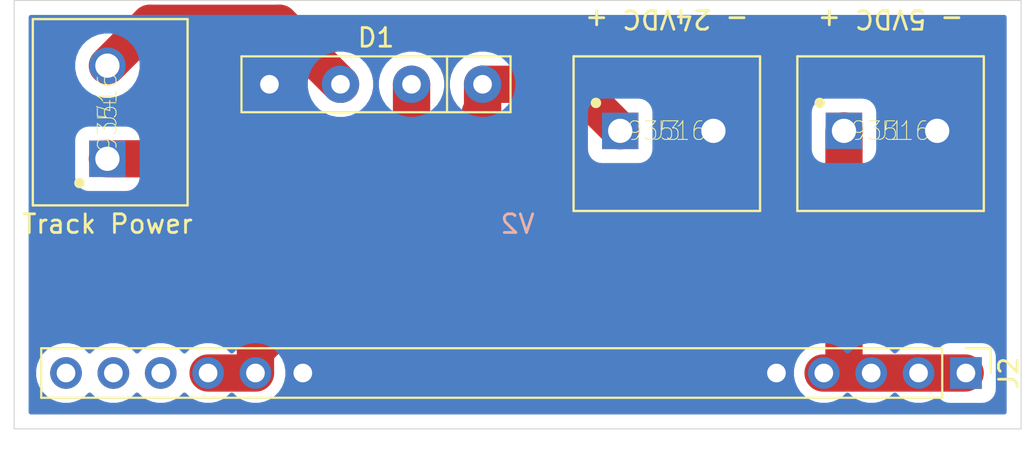
<source format=kicad_pcb>
(kicad_pcb (version 20171130) (host pcbnew 5.1.5)

  (general
    (thickness 1.6)
    (drawings 9)
    (tracks 23)
    (zones 0)
    (modules 5)
    (nets 6)
  )

  (page A4)
  (layers
    (0 F.Cu signal)
    (31 B.Cu signal)
    (32 B.Adhes user)
    (33 F.Adhes user)
    (34 B.Paste user)
    (35 F.Paste user)
    (36 B.SilkS user)
    (37 F.SilkS user)
    (38 B.Mask user)
    (39 F.Mask user)
    (40 Dwgs.User user hide)
    (41 Cmts.User user hide)
    (42 Eco1.User user hide)
    (43 Eco2.User user hide)
    (44 Edge.Cuts user)
    (45 Margin user)
    (46 B.CrtYd user)
    (47 F.CrtYd user)
    (48 B.Fab user)
    (49 F.Fab user)
  )

  (setup
    (last_trace_width 2)
    (user_trace_width 0.25)
    (user_trace_width 2)
    (trace_clearance 0.2)
    (zone_clearance 0.75)
    (zone_45_only no)
    (trace_min 0.2)
    (via_size 0.8)
    (via_drill 0.4)
    (via_min_size 0.4)
    (via_min_drill 0.3)
    (uvia_size 0.3)
    (uvia_drill 0.1)
    (uvias_allowed no)
    (uvia_min_size 0.2)
    (uvia_min_drill 0.1)
    (edge_width 0.05)
    (segment_width 0.2)
    (pcb_text_width 0.3)
    (pcb_text_size 1.5 1.5)
    (mod_edge_width 0.12)
    (mod_text_size 1 1)
    (mod_text_width 0.15)
    (pad_size 1.524 1.524)
    (pad_drill 0.762)
    (pad_to_mask_clearance 0.051)
    (solder_mask_min_width 0.25)
    (aux_axis_origin 0 0)
    (visible_elements FFFFFF7F)
    (pcbplotparams
      (layerselection 0x010fc_ffffffff)
      (usegerberextensions false)
      (usegerberattributes false)
      (usegerberadvancedattributes false)
      (creategerberjobfile false)
      (excludeedgelayer true)
      (linewidth 0.100000)
      (plotframeref false)
      (viasonmask false)
      (mode 1)
      (useauxorigin false)
      (hpglpennumber 1)
      (hpglpenspeed 20)
      (hpglpendiameter 15.000000)
      (psnegative false)
      (psa4output false)
      (plotreference true)
      (plotvalue true)
      (plotinvisibletext false)
      (padsonsilk false)
      (subtractmaskfromsilk false)
      (outputformat 1)
      (mirror false)
      (drillshape 1)
      (scaleselection 1)
      (outputdirectory ""))
  )

  (net 0 "")
  (net 1 "Net-(D1-Pad4)")
  (net 2 "Net-(D1-Pad3)")
  (net 3 "Net-(D1-Pad2)")
  (net 4 "Net-(D1-Pad1)")
  (net 5 "Net-(J1-Pad1)")

  (net_class Default "This is the default net class."
    (clearance 0.2)
    (trace_width 0.25)
    (via_dia 0.8)
    (via_drill 0.4)
    (uvia_dia 0.3)
    (uvia_drill 0.1)
    (add_net "Net-(D1-Pad1)")
    (add_net "Net-(D1-Pad2)")
    (add_net "Net-(D1-Pad3)")
    (add_net "Net-(D1-Pad4)")
    (add_net "Net-(J1-Pad1)")
  )

  (net_class 24VDC ""
    (clearance 1)
    (trace_width 4)
    (via_dia 0.8)
    (via_drill 0.4)
    (uvia_dia 0.3)
    (uvia_drill 0.1)
  )

  (net_class 48VDC ""
    (clearance 1)
    (trace_width 4)
    (via_dia 0.8)
    (via_drill 0.4)
    (uvia_dia 0.3)
    (uvia_drill 0.1)
  )

  (module LocoBoard:PowerHeader2 (layer F.Cu) (tedit 5F144076) (tstamp 5DF4AA99)
    (at 178 109 270)
    (path /5DFFB203)
    (fp_text reference J2 (at 0 -2.33 90) (layer F.SilkS)
      (effects (font (size 1 1) (thickness 0.15)))
    )
    (fp_text value Conn-NID35 (at 0 48.05 90) (layer F.Fab)
      (effects (font (size 1 1) (thickness 0.15)))
    )
    (fp_line (start -1.27 -1.31) (end -1.27 49.49) (layer F.Fab) (width 0.1))
    (fp_line (start -1.27 49.49) (end 1.27 49.49) (layer F.Fab) (width 0.1))
    (fp_line (start 1.27 49.49) (end 1.27 -1.31) (layer F.Fab) (width 0.1))
    (fp_line (start 1.27 -1.31) (end -1.27 -1.31) (layer F.Fab) (width 0.1))
    (fp_line (start -1.33 1.23) (end -1.33 49.55) (layer F.SilkS) (width 0.12))
    (fp_line (start -1.33 49.55) (end 1.33 49.55) (layer F.SilkS) (width 0.12))
    (fp_line (start 1.33 49.55) (end 1.33 1.23) (layer F.SilkS) (width 0.12))
    (fp_line (start 1.33 1.23) (end -1.33 1.23) (layer F.SilkS) (width 0.12))
    (fp_line (start -1.33 -0.04) (end -1.33 -1.37) (layer F.SilkS) (width 0.12))
    (fp_line (start -1.33 -1.37) (end 0 -1.37) (layer F.SilkS) (width 0.12))
    (fp_line (start -1.8 -1.84) (end -1.8 50.01) (layer F.CrtYd) (width 0.05))
    (fp_line (start -1.8 50.01) (end 1.8 50.01) (layer F.CrtYd) (width 0.05))
    (fp_line (start 1.8 50.01) (end 1.8 -1.84) (layer F.CrtYd) (width 0.05))
    (fp_line (start 1.8 -1.84) (end -1.8 -1.84) (layer F.CrtYd) (width 0.05))
    (fp_text user %R (at 0 -2.33 90) (layer F.Fab)
      (effects (font (size 1 1) (thickness 0.15)))
    )
    (pad 1 thru_hole rect (at 0 -0.04 270) (size 1.7 1.7) (drill 1) (layers *.Cu *.Mask)
      (net 5 "Net-(J1-Pad1)"))
    (pad 2 thru_hole oval (at 0 2.5 270) (size 1.7 1.7) (drill 1) (layers *.Cu *.Mask)
      (net 5 "Net-(J1-Pad1)"))
    (pad 3 thru_hole oval (at 0 5.04 270) (size 1.7 1.7) (drill 1) (layers *.Cu *.Mask)
      (net 5 "Net-(J1-Pad1)"))
    (pad 4 thru_hole oval (at 0 7.58 270) (size 1.7 1.7) (drill 1) (layers *.Cu *.Mask)
      (net 5 "Net-(J1-Pad1)"))
    (pad 5 thru_hole oval (at 0 10.12 270) (size 1.7 1.7) (drill 1) (layers *.Cu *.Mask)
      (net 1 "Net-(D1-Pad4)"))
    (pad 6 thru_hole oval (at 0 35.52 270) (size 1.7 1.7) (drill 1) (layers *.Cu *.Mask)
      (net 1 "Net-(D1-Pad4)"))
    (pad 7 thru_hole oval (at 0 38.06 270) (size 1.7 1.7) (drill 1) (layers *.Cu *.Mask)
      (net 4 "Net-(D1-Pad1)"))
    (pad 8 thru_hole oval (at 0 40.6 270) (size 1.7 1.7) (drill 1) (layers *.Cu *.Mask)
      (net 4 "Net-(D1-Pad1)"))
    (pad 9 thru_hole oval (at 0 43.14 270) (size 1.7 1.7) (drill 1) (layers *.Cu *.Mask))
    (pad 10 thru_hole oval (at 0 45.68 270) (size 1.7 1.7) (drill 1) (layers *.Cu *.Mask))
    (pad 11 thru_hole oval (at 0 48.22 270) (size 1.7 1.7) (drill 1) (layers *.Cu *.Mask))
  )

  (module 1935161:PHOENIX_1935161 (layer F.Cu) (tedit 5DF4B136) (tstamp 5DF4AAAF)
    (at 162 96)
    (path /5DFD2D29)
    (fp_text reference J3 (at 0 0) (layer F.SilkS)
      (effects (font (size 1 0.9) (thickness 0.05)))
    )
    (fp_text value 1935161 (at 0 0) (layer F.SilkS)
      (effects (font (size 1 0.9) (thickness 0.05)))
    )
    (fp_text user VALUE (at -5.09283 6.36604) (layer Eco2.User)
      (effects (font (size 1 1) (thickness 0.05)))
    )
    (fp_text user NAME (at -5.08705 -5.08705) (layer Cmts.User)
      (effects (font (size 1 1) (thickness 0.05)))
    )
    (fp_line (start -5.25 4.55) (end -5.25 -4.25) (layer Eco1.User) (width 0.05))
    (fp_line (start 5.25 4.55) (end -5.25 4.55) (layer Eco1.User) (width 0.05))
    (fp_line (start 5.25 -4.25) (end 5.25 4.55) (layer Eco1.User) (width 0.05))
    (fp_line (start -5.25 -4.25) (end 5.25 -4.25) (layer Eco1.User) (width 0.05))
    (fp_circle (center -3.8 -1.5) (end -3.66 -1.5) (layer Eco2.User) (width 0.28))
    (fp_circle (center -3.8 -1.5) (end -3.66 -1.5) (layer F.SilkS) (width 0.28))
    (fp_line (start 5 4.3) (end -5 4.3) (layer Eco2.User) (width 0.127))
    (fp_line (start 5 -4) (end 5 4.3) (layer Eco2.User) (width 0.127))
    (fp_line (start -5 -4) (end 5 -4) (layer Eco2.User) (width 0.127))
    (fp_line (start -5 4.3) (end -5 -4) (layer Eco2.User) (width 0.127))
    (fp_line (start -5 4.3) (end -5 -4) (layer F.SilkS) (width 0.127))
    (fp_line (start 5 4.3) (end -5 4.3) (layer F.SilkS) (width 0.127))
    (fp_line (start 5 -4) (end 5 4.3) (layer F.SilkS) (width 0.127))
    (fp_line (start -5 -4) (end 5 -4) (layer F.SilkS) (width 0.127))
    (pad 2 thru_hole circle (at 2.5 0) (size 1.95 1.95) (drill 1.3) (layers *.Cu *.Mask)
      (net 1 "Net-(D1-Pad4)"))
    (pad 1 thru_hole rect (at -2.5 0) (size 1.95 1.95) (drill 1.3) (layers *.Cu *.Mask)
      (net 4 "Net-(D1-Pad1)"))
    (model 1935161--3DModel-STEP-56544.STEP
      (offset (xyz -2.5 2.5 5.5))
      (scale (xyz 1 1 1))
      (rotate (xyz -90 0 0))
    )
  )

  (module 1935161:PHOENIX_1935161 (layer F.Cu) (tedit 5DF4B136) (tstamp 5DF4AAC5)
    (at 132 95 90)
    (path /5DFCD15F)
    (fp_text reference J4 (at 0 0 90) (layer F.SilkS)
      (effects (font (size 1 0.9) (thickness 0.05)))
    )
    (fp_text value 1935161 (at 0 0 90) (layer F.SilkS)
      (effects (font (size 1 0.9) (thickness 0.05)))
    )
    (fp_text user VALUE (at -5.09283 6.36604 90) (layer Eco2.User)
      (effects (font (size 1 1) (thickness 0.05)))
    )
    (fp_text user NAME (at -5.08705 -5.08705 90) (layer Cmts.User)
      (effects (font (size 1 1) (thickness 0.05)))
    )
    (fp_line (start -5.25 4.55) (end -5.25 -4.25) (layer Eco1.User) (width 0.05))
    (fp_line (start 5.25 4.55) (end -5.25 4.55) (layer Eco1.User) (width 0.05))
    (fp_line (start 5.25 -4.25) (end 5.25 4.55) (layer Eco1.User) (width 0.05))
    (fp_line (start -5.25 -4.25) (end 5.25 -4.25) (layer Eco1.User) (width 0.05))
    (fp_circle (center -3.8 -1.5) (end -3.66 -1.5) (layer Eco2.User) (width 0.28))
    (fp_circle (center -3.8 -1.5) (end -3.66 -1.5) (layer F.SilkS) (width 0.28))
    (fp_line (start 5 4.3) (end -5 4.3) (layer Eco2.User) (width 0.127))
    (fp_line (start 5 -4) (end 5 4.3) (layer Eco2.User) (width 0.127))
    (fp_line (start -5 -4) (end 5 -4) (layer Eco2.User) (width 0.127))
    (fp_line (start -5 4.3) (end -5 -4) (layer Eco2.User) (width 0.127))
    (fp_line (start -5 4.3) (end -5 -4) (layer F.SilkS) (width 0.127))
    (fp_line (start 5 4.3) (end -5 4.3) (layer F.SilkS) (width 0.127))
    (fp_line (start 5 -4) (end 5 4.3) (layer F.SilkS) (width 0.127))
    (fp_line (start -5 -4) (end 5 -4) (layer F.SilkS) (width 0.127))
    (pad 2 thru_hole circle (at 2.5 0 90) (size 1.95 1.95) (drill 1.3) (layers *.Cu *.Mask)
      (net 2 "Net-(D1-Pad3)"))
    (pad 1 thru_hole rect (at -2.5 0 90) (size 1.95 1.95) (drill 1.3) (layers *.Cu *.Mask)
      (net 3 "Net-(D1-Pad2)"))
    (model 1935161--3DModel-STEP-56544.STEP
      (offset (xyz -2.5 2.5 5.5))
      (scale (xyz 1 1 1))
      (rotate (xyz -90 0 0))
    )
  )

  (module 1935161:PHOENIX_1935161 (layer F.Cu) (tedit 5DF4B136) (tstamp 5DF4AA7B)
    (at 174 96)
    (path /5E01D69D)
    (fp_text reference J1 (at 0 0) (layer F.SilkS)
      (effects (font (size 1 0.9) (thickness 0.05)))
    )
    (fp_text value 1935161 (at 0 0) (layer F.SilkS)
      (effects (font (size 1 0.9) (thickness 0.05)))
    )
    (fp_text user VALUE (at -5.09283 6.36604) (layer Eco2.User)
      (effects (font (size 1 1) (thickness 0.05)))
    )
    (fp_text user NAME (at -5.08705 -5.08705) (layer Cmts.User)
      (effects (font (size 1 1) (thickness 0.05)))
    )
    (fp_line (start -5.25 4.55) (end -5.25 -4.25) (layer Eco1.User) (width 0.05))
    (fp_line (start 5.25 4.55) (end -5.25 4.55) (layer Eco1.User) (width 0.05))
    (fp_line (start 5.25 -4.25) (end 5.25 4.55) (layer Eco1.User) (width 0.05))
    (fp_line (start -5.25 -4.25) (end 5.25 -4.25) (layer Eco1.User) (width 0.05))
    (fp_circle (center -3.8 -1.5) (end -3.66 -1.5) (layer Eco2.User) (width 0.28))
    (fp_circle (center -3.8 -1.5) (end -3.66 -1.5) (layer F.SilkS) (width 0.28))
    (fp_line (start 5 4.3) (end -5 4.3) (layer Eco2.User) (width 0.127))
    (fp_line (start 5 -4) (end 5 4.3) (layer Eco2.User) (width 0.127))
    (fp_line (start -5 -4) (end 5 -4) (layer Eco2.User) (width 0.127))
    (fp_line (start -5 4.3) (end -5 -4) (layer Eco2.User) (width 0.127))
    (fp_line (start -5 4.3) (end -5 -4) (layer F.SilkS) (width 0.127))
    (fp_line (start 5 4.3) (end -5 4.3) (layer F.SilkS) (width 0.127))
    (fp_line (start 5 -4) (end 5 4.3) (layer F.SilkS) (width 0.127))
    (fp_line (start -5 -4) (end 5 -4) (layer F.SilkS) (width 0.127))
    (pad 2 thru_hole circle (at 2.5 0) (size 1.95 1.95) (drill 1.3) (layers *.Cu *.Mask)
      (net 1 "Net-(D1-Pad4)"))
    (pad 1 thru_hole rect (at -2.5 0) (size 1.95 1.95) (drill 1.3) (layers *.Cu *.Mask)
      (net 5 "Net-(J1-Pad1)"))
    (model 1935161--3DModel-STEP-56544.STEP
      (offset (xyz -2.5 2.5 5.5))
      (scale (xyz 1 1 1))
      (rotate (xyz -90 0 0))
    )
  )

  (module LocoBoard:SIP-4 (layer F.Cu) (tedit 5DF4A046) (tstamp 5DF4AA65)
    (at 146.405 93.5 180)
    (path /5DFCC7A0)
    (fp_text reference D1 (at 0 2.5) (layer F.SilkS)
      (effects (font (size 1 1) (thickness 0.15)))
    )
    (fp_text value D_Bridge_+AA- (at 0 -2.5) (layer F.Fab)
      (effects (font (size 1 1) (thickness 0.15)))
    )
    (fp_line (start -6.97 1.25) (end -6.97 -1.25) (layer F.CrtYd) (width 0.05))
    (fp_line (start 6.97 1.25) (end -6.97 1.25) (layer F.CrtYd) (width 0.05))
    (fp_line (start 6.97 -1.25) (end 6.97 1.25) (layer F.CrtYd) (width 0.05))
    (fp_line (start -6.97 -1.25) (end 6.97 -1.25) (layer F.CrtYd) (width 0.05))
    (fp_line (start -3.81 -1.5) (end -3.81 1.5) (layer F.SilkS) (width 0.12))
    (fp_line (start -7.215 1.5) (end -7.215 -1.5) (layer F.SilkS) (width 0.12))
    (fp_line (start 7.215 1.5) (end -7.215 1.5) (layer F.SilkS) (width 0.12))
    (fp_line (start 7.215 -1.5) (end 7.215 1.5) (layer F.SilkS) (width 0.12))
    (fp_line (start -7.215 -1.5) (end 7.215 -1.5) (layer F.SilkS) (width 0.12))
    (pad 4 thru_hole circle (at 5.715 0 180) (size 2 2) (drill 1) (layers *.Cu *.Mask)
      (net 1 "Net-(D1-Pad4)"))
    (pad 3 thru_hole circle (at 1.905 0 180) (size 2 2) (drill 1) (layers *.Cu *.Mask)
      (net 2 "Net-(D1-Pad3)"))
    (pad 2 thru_hole circle (at -1.905 0 180) (size 2 2) (drill 1) (layers *.Cu *.Mask)
      (net 3 "Net-(D1-Pad2)"))
    (pad 1 thru_hole circle (at -5.715 0 180) (size 2 2) (drill 1) (layers *.Cu *.Mask)
      (net 4 "Net-(D1-Pad1)"))
  )

  (gr_text V2 (at 154 101) (layer B.SilkS)
    (effects (font (size 1 1) (thickness 0.15)) (justify mirror))
  )
  (gr_text "Track Power" (at 132 101) (layer F.SilkS)
    (effects (font (size 1 1) (thickness 0.15)))
  )
  (gr_text "- 24VDC +" (at 162 90 180) (layer F.SilkS)
    (effects (font (size 1 1) (thickness 0.15)))
  )
  (gr_text "- 5VDC +" (at 174 90 180) (layer F.SilkS)
    (effects (font (size 1 1) (thickness 0.15)))
  )
  (gr_line (start 181 111) (end 181 112) (layer Edge.Cuts) (width 0.05) (tstamp 5DF4B7B0))
  (gr_line (start 181 89) (end 181 111) (layer Edge.Cuts) (width 0.05))
  (gr_line (start 127 89) (end 181 89) (layer Edge.Cuts) (width 0.05))
  (gr_line (start 127 112) (end 127 89) (layer Edge.Cuts) (width 0.05))
  (gr_line (start 181 112) (end 127 112) (layer Edge.Cuts) (width 0.05))

  (segment (start 132 92.5) (end 134.27499 90.22501) (width 2) (layer F.Cu) (net 2))
  (segment (start 143.500001 92.500001) (end 144.5 93.5) (width 2) (layer F.Cu) (net 2))
  (segment (start 141.22501 90.22501) (end 143.500001 92.500001) (width 2) (layer F.Cu) (net 2))
  (segment (start 134.27499 90.22501) (end 141.22501 90.22501) (width 2) (layer F.Cu) (net 2))
  (segment (start 146.5 97.5) (end 148.31 95.69) (width 2) (layer F.Cu) (net 3))
  (segment (start 148.31 95.69) (end 148.31 93.5) (width 2) (layer F.Cu) (net 3))
  (segment (start 132 97.5) (end 146.5 97.5) (width 2) (layer F.Cu) (net 3))
  (segment (start 157 93.5) (end 159.5 96) (width 2) (layer F.Cu) (net 4))
  (segment (start 152.12 93.5) (end 157 93.5) (width 2) (layer F.Cu) (net 4))
  (segment (start 152.12 94.914213) (end 152 95.034213) (width 2) (layer F.Cu) (net 4))
  (segment (start 152.12 93.5) (end 152.12 94.914213) (width 2) (layer F.Cu) (net 4))
  (segment (start 152 95.034213) (end 152 98) (width 2) (layer F.Cu) (net 4))
  (segment (start 152 98) (end 145 105) (width 2) (layer F.Cu) (net 4))
  (segment (start 139.94 107.797919) (end 139.94 109) (width 2) (layer F.Cu) (net 4))
  (segment (start 142.737919 105) (end 139.94 107.797919) (width 2) (layer F.Cu) (net 4))
  (segment (start 145 105) (end 142.737919 105) (width 2) (layer F.Cu) (net 4))
  (segment (start 137.4 109) (end 139.94 109) (width 2) (layer F.Cu) (net 4))
  (segment (start 178 109) (end 175.46 109) (width 2) (layer F.Cu) (net 5))
  (segment (start 175.46 109) (end 172.92 109) (width 2) (layer F.Cu) (net 5))
  (segment (start 171.5 96) (end 171.5 108.5) (width 2) (layer F.Cu) (net 5))
  (segment (start 171.5 108.5) (end 172 109) (width 2) (layer F.Cu) (net 5))
  (segment (start 172 109) (end 170.38 109) (width 2) (layer F.Cu) (net 5))
  (segment (start 172.92 109) (end 172 109) (width 2) (layer F.Cu) (net 5))

  (zone (net 1) (net_name "Net-(D1-Pad4)") (layer B.Cu) (tstamp 5F145056) (hatch edge 0.508)
    (connect_pads yes (clearance 0.75))
    (min_thickness 0.254)
    (fill yes (arc_segments 32) (thermal_gap 0.508) (thermal_bridge_width 0.508))
    (polygon
      (pts
        (xy 181 112) (xy 127 112) (xy 127 89) (xy 181 89)
      )
    )
    (filled_polygon
      (pts
        (xy 180.098001 110.955684) (xy 180.098 110.955694) (xy 180.098 111.098) (xy 127.902 111.098) (xy 127.902 108.829905)
        (xy 128.053 108.829905) (xy 128.053 109.170095) (xy 128.119368 109.503747) (xy 128.249553 109.818041) (xy 128.438552 110.100898)
        (xy 128.679102 110.341448) (xy 128.961959 110.530447) (xy 129.276253 110.660632) (xy 129.609905 110.727) (xy 129.950095 110.727)
        (xy 130.283747 110.660632) (xy 130.598041 110.530447) (xy 130.880898 110.341448) (xy 131.05 110.172346) (xy 131.219102 110.341448)
        (xy 131.501959 110.530447) (xy 131.816253 110.660632) (xy 132.149905 110.727) (xy 132.490095 110.727) (xy 132.823747 110.660632)
        (xy 133.138041 110.530447) (xy 133.420898 110.341448) (xy 133.59 110.172346) (xy 133.759102 110.341448) (xy 134.041959 110.530447)
        (xy 134.356253 110.660632) (xy 134.689905 110.727) (xy 135.030095 110.727) (xy 135.363747 110.660632) (xy 135.678041 110.530447)
        (xy 135.960898 110.341448) (xy 136.13 110.172346) (xy 136.299102 110.341448) (xy 136.581959 110.530447) (xy 136.896253 110.660632)
        (xy 137.229905 110.727) (xy 137.570095 110.727) (xy 137.903747 110.660632) (xy 138.218041 110.530447) (xy 138.500898 110.341448)
        (xy 138.67 110.172346) (xy 138.839102 110.341448) (xy 139.121959 110.530447) (xy 139.436253 110.660632) (xy 139.769905 110.727)
        (xy 140.110095 110.727) (xy 140.443747 110.660632) (xy 140.758041 110.530447) (xy 141.040898 110.341448) (xy 141.281448 110.100898)
        (xy 141.470447 109.818041) (xy 141.600632 109.503747) (xy 141.667 109.170095) (xy 141.667 108.829905) (xy 168.693 108.829905)
        (xy 168.693 109.170095) (xy 168.759368 109.503747) (xy 168.889553 109.818041) (xy 169.078552 110.100898) (xy 169.319102 110.341448)
        (xy 169.601959 110.530447) (xy 169.916253 110.660632) (xy 170.249905 110.727) (xy 170.590095 110.727) (xy 170.923747 110.660632)
        (xy 171.238041 110.530447) (xy 171.520898 110.341448) (xy 171.69 110.172346) (xy 171.859102 110.341448) (xy 172.141959 110.530447)
        (xy 172.456253 110.660632) (xy 172.789905 110.727) (xy 173.130095 110.727) (xy 173.463747 110.660632) (xy 173.778041 110.530447)
        (xy 174.060898 110.341448) (xy 174.23 110.172346) (xy 174.399102 110.341448) (xy 174.681959 110.530447) (xy 174.996253 110.660632)
        (xy 175.329905 110.727) (xy 175.670095 110.727) (xy 176.003747 110.660632) (xy 176.318041 110.530447) (xy 176.509122 110.402771)
        (xy 176.566867 110.473133) (xy 176.700408 110.582727) (xy 176.852763 110.664162) (xy 177.018078 110.71431) (xy 177.19 110.731243)
        (xy 178.89 110.731243) (xy 179.061922 110.71431) (xy 179.227237 110.664162) (xy 179.379592 110.582727) (xy 179.513133 110.473133)
        (xy 179.622727 110.339592) (xy 179.704162 110.187237) (xy 179.75431 110.021922) (xy 179.771243 109.85) (xy 179.771243 108.15)
        (xy 179.75431 107.978078) (xy 179.704162 107.812763) (xy 179.622727 107.660408) (xy 179.513133 107.526867) (xy 179.379592 107.417273)
        (xy 179.227237 107.335838) (xy 179.061922 107.28569) (xy 178.89 107.268757) (xy 177.19 107.268757) (xy 177.018078 107.28569)
        (xy 176.852763 107.335838) (xy 176.700408 107.417273) (xy 176.566867 107.526867) (xy 176.509122 107.597229) (xy 176.318041 107.469553)
        (xy 176.003747 107.339368) (xy 175.670095 107.273) (xy 175.329905 107.273) (xy 174.996253 107.339368) (xy 174.681959 107.469553)
        (xy 174.399102 107.658552) (xy 174.23 107.827654) (xy 174.060898 107.658552) (xy 173.778041 107.469553) (xy 173.463747 107.339368)
        (xy 173.130095 107.273) (xy 172.789905 107.273) (xy 172.456253 107.339368) (xy 172.141959 107.469553) (xy 171.859102 107.658552)
        (xy 171.69 107.827654) (xy 171.520898 107.658552) (xy 171.238041 107.469553) (xy 170.923747 107.339368) (xy 170.590095 107.273)
        (xy 170.249905 107.273) (xy 169.916253 107.339368) (xy 169.601959 107.469553) (xy 169.319102 107.658552) (xy 169.078552 107.899102)
        (xy 168.889553 108.181959) (xy 168.759368 108.496253) (xy 168.693 108.829905) (xy 141.667 108.829905) (xy 141.600632 108.496253)
        (xy 141.470447 108.181959) (xy 141.281448 107.899102) (xy 141.040898 107.658552) (xy 140.758041 107.469553) (xy 140.443747 107.339368)
        (xy 140.110095 107.273) (xy 139.769905 107.273) (xy 139.436253 107.339368) (xy 139.121959 107.469553) (xy 138.839102 107.658552)
        (xy 138.67 107.827654) (xy 138.500898 107.658552) (xy 138.218041 107.469553) (xy 137.903747 107.339368) (xy 137.570095 107.273)
        (xy 137.229905 107.273) (xy 136.896253 107.339368) (xy 136.581959 107.469553) (xy 136.299102 107.658552) (xy 136.13 107.827654)
        (xy 135.960898 107.658552) (xy 135.678041 107.469553) (xy 135.363747 107.339368) (xy 135.030095 107.273) (xy 134.689905 107.273)
        (xy 134.356253 107.339368) (xy 134.041959 107.469553) (xy 133.759102 107.658552) (xy 133.59 107.827654) (xy 133.420898 107.658552)
        (xy 133.138041 107.469553) (xy 132.823747 107.339368) (xy 132.490095 107.273) (xy 132.149905 107.273) (xy 131.816253 107.339368)
        (xy 131.501959 107.469553) (xy 131.219102 107.658552) (xy 131.05 107.827654) (xy 130.880898 107.658552) (xy 130.598041 107.469553)
        (xy 130.283747 107.339368) (xy 129.950095 107.273) (xy 129.609905 107.273) (xy 129.276253 107.339368) (xy 128.961959 107.469553)
        (xy 128.679102 107.658552) (xy 128.438552 107.899102) (xy 128.249553 108.181959) (xy 128.119368 108.496253) (xy 128.053 108.829905)
        (xy 127.902 108.829905) (xy 127.902 96.525) (xy 130.143757 96.525) (xy 130.143757 98.475) (xy 130.16069 98.646922)
        (xy 130.210838 98.812237) (xy 130.292273 98.964592) (xy 130.401867 99.098133) (xy 130.535408 99.207727) (xy 130.687763 99.289162)
        (xy 130.853078 99.33931) (xy 131.025 99.356243) (xy 132.975 99.356243) (xy 133.146922 99.33931) (xy 133.312237 99.289162)
        (xy 133.464592 99.207727) (xy 133.598133 99.098133) (xy 133.707727 98.964592) (xy 133.789162 98.812237) (xy 133.83931 98.646922)
        (xy 133.856243 98.475) (xy 133.856243 96.525) (xy 133.83931 96.353078) (xy 133.789162 96.187763) (xy 133.707727 96.035408)
        (xy 133.598133 95.901867) (xy 133.464592 95.792273) (xy 133.312237 95.710838) (xy 133.146922 95.66069) (xy 132.975 95.643757)
        (xy 131.025 95.643757) (xy 130.853078 95.66069) (xy 130.687763 95.710838) (xy 130.535408 95.792273) (xy 130.401867 95.901867)
        (xy 130.292273 96.035408) (xy 130.210838 96.187763) (xy 130.16069 96.353078) (xy 130.143757 96.525) (xy 127.902 96.525)
        (xy 127.902 92.317594) (xy 130.148 92.317594) (xy 130.148 92.682406) (xy 130.219171 93.040208) (xy 130.358779 93.377251)
        (xy 130.561458 93.680581) (xy 130.819419 93.938542) (xy 131.122749 94.141221) (xy 131.459792 94.280829) (xy 131.817594 94.352)
        (xy 132.182406 94.352) (xy 132.540208 94.280829) (xy 132.877251 94.141221) (xy 133.180581 93.938542) (xy 133.438542 93.680581)
        (xy 133.641221 93.377251) (xy 133.666951 93.315132) (xy 142.623 93.315132) (xy 142.623 93.684868) (xy 142.695132 94.047501)
        (xy 142.836624 94.389093) (xy 143.042039 94.696518) (xy 143.303482 94.957961) (xy 143.610907 95.163376) (xy 143.952499 95.304868)
        (xy 144.315132 95.377) (xy 144.684868 95.377) (xy 145.047501 95.304868) (xy 145.389093 95.163376) (xy 145.696518 94.957961)
        (xy 145.957961 94.696518) (xy 146.163376 94.389093) (xy 146.304868 94.047501) (xy 146.377 93.684868) (xy 146.377 93.315132)
        (xy 146.433 93.315132) (xy 146.433 93.684868) (xy 146.505132 94.047501) (xy 146.646624 94.389093) (xy 146.852039 94.696518)
        (xy 147.113482 94.957961) (xy 147.420907 95.163376) (xy 147.762499 95.304868) (xy 148.125132 95.377) (xy 148.494868 95.377)
        (xy 148.857501 95.304868) (xy 149.199093 95.163376) (xy 149.506518 94.957961) (xy 149.767961 94.696518) (xy 149.973376 94.389093)
        (xy 150.114868 94.047501) (xy 150.187 93.684868) (xy 150.187 93.315132) (xy 150.243 93.315132) (xy 150.243 93.684868)
        (xy 150.315132 94.047501) (xy 150.456624 94.389093) (xy 150.662039 94.696518) (xy 150.923482 94.957961) (xy 151.230907 95.163376)
        (xy 151.572499 95.304868) (xy 151.935132 95.377) (xy 152.304868 95.377) (xy 152.667501 95.304868) (xy 153.009093 95.163376)
        (xy 153.216187 95.025) (xy 157.643757 95.025) (xy 157.643757 96.975) (xy 157.66069 97.146922) (xy 157.710838 97.312237)
        (xy 157.792273 97.464592) (xy 157.901867 97.598133) (xy 158.035408 97.707727) (xy 158.187763 97.789162) (xy 158.353078 97.83931)
        (xy 158.525 97.856243) (xy 160.475 97.856243) (xy 160.646922 97.83931) (xy 160.812237 97.789162) (xy 160.964592 97.707727)
        (xy 161.098133 97.598133) (xy 161.207727 97.464592) (xy 161.289162 97.312237) (xy 161.33931 97.146922) (xy 161.356243 96.975)
        (xy 161.356243 95.025) (xy 169.643757 95.025) (xy 169.643757 96.975) (xy 169.66069 97.146922) (xy 169.710838 97.312237)
        (xy 169.792273 97.464592) (xy 169.901867 97.598133) (xy 170.035408 97.707727) (xy 170.187763 97.789162) (xy 170.353078 97.83931)
        (xy 170.525 97.856243) (xy 172.475 97.856243) (xy 172.646922 97.83931) (xy 172.812237 97.789162) (xy 172.964592 97.707727)
        (xy 173.098133 97.598133) (xy 173.207727 97.464592) (xy 173.289162 97.312237) (xy 173.33931 97.146922) (xy 173.356243 96.975)
        (xy 173.356243 95.025) (xy 173.33931 94.853078) (xy 173.289162 94.687763) (xy 173.207727 94.535408) (xy 173.098133 94.401867)
        (xy 172.964592 94.292273) (xy 172.812237 94.210838) (xy 172.646922 94.16069) (xy 172.475 94.143757) (xy 170.525 94.143757)
        (xy 170.353078 94.16069) (xy 170.187763 94.210838) (xy 170.035408 94.292273) (xy 169.901867 94.401867) (xy 169.792273 94.535408)
        (xy 169.710838 94.687763) (xy 169.66069 94.853078) (xy 169.643757 95.025) (xy 161.356243 95.025) (xy 161.33931 94.853078)
        (xy 161.289162 94.687763) (xy 161.207727 94.535408) (xy 161.098133 94.401867) (xy 160.964592 94.292273) (xy 160.812237 94.210838)
        (xy 160.646922 94.16069) (xy 160.475 94.143757) (xy 158.525 94.143757) (xy 158.353078 94.16069) (xy 158.187763 94.210838)
        (xy 158.035408 94.292273) (xy 157.901867 94.401867) (xy 157.792273 94.535408) (xy 157.710838 94.687763) (xy 157.66069 94.853078)
        (xy 157.643757 95.025) (xy 153.216187 95.025) (xy 153.316518 94.957961) (xy 153.577961 94.696518) (xy 153.783376 94.389093)
        (xy 153.924868 94.047501) (xy 153.997 93.684868) (xy 153.997 93.315132) (xy 153.924868 92.952499) (xy 153.783376 92.610907)
        (xy 153.577961 92.303482) (xy 153.316518 92.042039) (xy 153.009093 91.836624) (xy 152.667501 91.695132) (xy 152.304868 91.623)
        (xy 151.935132 91.623) (xy 151.572499 91.695132) (xy 151.230907 91.836624) (xy 150.923482 92.042039) (xy 150.662039 92.303482)
        (xy 150.456624 92.610907) (xy 150.315132 92.952499) (xy 150.243 93.315132) (xy 150.187 93.315132) (xy 150.114868 92.952499)
        (xy 149.973376 92.610907) (xy 149.767961 92.303482) (xy 149.506518 92.042039) (xy 149.199093 91.836624) (xy 148.857501 91.695132)
        (xy 148.494868 91.623) (xy 148.125132 91.623) (xy 147.762499 91.695132) (xy 147.420907 91.836624) (xy 147.113482 92.042039)
        (xy 146.852039 92.303482) (xy 146.646624 92.610907) (xy 146.505132 92.952499) (xy 146.433 93.315132) (xy 146.377 93.315132)
        (xy 146.304868 92.952499) (xy 146.163376 92.610907) (xy 145.957961 92.303482) (xy 145.696518 92.042039) (xy 145.389093 91.836624)
        (xy 145.047501 91.695132) (xy 144.684868 91.623) (xy 144.315132 91.623) (xy 143.952499 91.695132) (xy 143.610907 91.836624)
        (xy 143.303482 92.042039) (xy 143.042039 92.303482) (xy 142.836624 92.610907) (xy 142.695132 92.952499) (xy 142.623 93.315132)
        (xy 133.666951 93.315132) (xy 133.780829 93.040208) (xy 133.852 92.682406) (xy 133.852 92.317594) (xy 133.780829 91.959792)
        (xy 133.641221 91.622749) (xy 133.438542 91.319419) (xy 133.180581 91.061458) (xy 132.877251 90.858779) (xy 132.540208 90.719171)
        (xy 132.182406 90.648) (xy 131.817594 90.648) (xy 131.459792 90.719171) (xy 131.122749 90.858779) (xy 130.819419 91.061458)
        (xy 130.561458 91.319419) (xy 130.358779 91.622749) (xy 130.219171 91.959792) (xy 130.148 92.317594) (xy 127.902 92.317594)
        (xy 127.902 89.902) (xy 180.098 89.902)
      )
    )
  )
)

</source>
